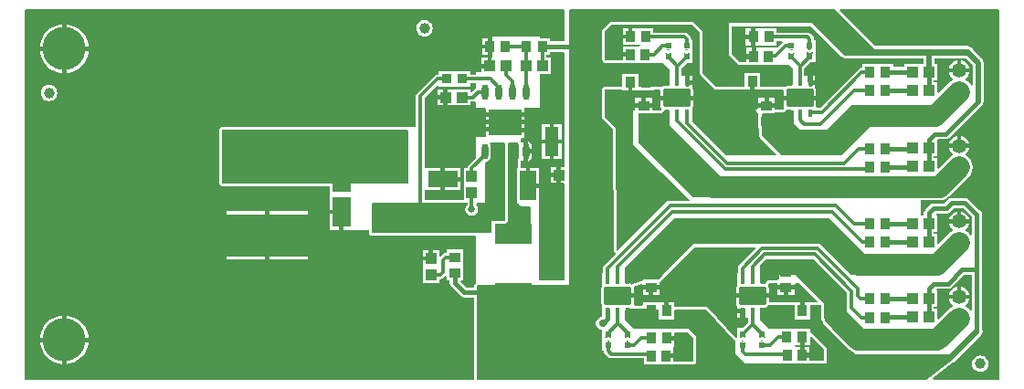
<source format=gtl>
G04 Layer_Physical_Order=1*
G04 Layer_Color=35562*
%FSAX25Y25*%
%MOIN*%
G70*
G01*
G75*
%ADD10R,0.12205X0.09449*%
%ADD11O,0.02362X0.05709*%
G04:AMPARAMS|DCode=12|XSize=98.43mil|YSize=68.9mil|CornerRadius=6.89mil|HoleSize=0mil|Usage=FLASHONLY|Rotation=0.000|XOffset=0mil|YOffset=0mil|HoleType=Round|Shape=RoundedRectangle|*
%AMROUNDEDRECTD12*
21,1,0.09843,0.05512,0,0,0.0*
21,1,0.08465,0.06890,0,0,0.0*
1,1,0.01378,0.04232,-0.02756*
1,1,0.01378,-0.04232,-0.02756*
1,1,0.01378,-0.04232,0.02756*
1,1,0.01378,0.04232,0.02756*
%
%ADD12ROUNDEDRECTD12*%
%ADD13R,0.01772X0.03071*%
%ADD14R,0.04134X0.03937*%
%ADD15R,0.03937X0.04134*%
%ADD16R,0.05118X0.10630*%
%ADD17R,0.05906X0.11024*%
%ADD18R,0.11024X0.05906*%
%ADD19R,0.03740X0.04134*%
%ADD20R,0.04134X0.03740*%
%ADD21R,0.10799X0.08500*%
%ADD22R,0.06693X0.11024*%
%ADD23R,0.13504X0.07205*%
%ADD24R,0.04134X0.03543*%
%ADD25R,0.03543X0.04134*%
%ADD26R,0.03740X0.03740*%
%ADD27R,0.31496X0.15748*%
%ADD28C,0.03937*%
%ADD29R,0.02165X0.02165*%
%ADD30C,0.01575*%
%ADD31C,0.03937*%
%ADD32C,0.01181*%
%ADD33C,0.01772*%
%ADD34C,0.07874*%
%ADD35C,0.01969*%
%ADD36C,0.02362*%
%ADD37C,0.02165*%
%ADD38C,0.15748*%
%ADD39C,0.05315*%
%ADD40C,0.02559*%
%ADD41C,0.02362*%
%ADD42C,0.02756*%
G36*
X0330204Y0116346D02*
X0329964Y0116354D01*
X0329334Y0116748D01*
X0329134Y0116848D01*
X0328301Y0116349D01*
X0328046Y0116348D01*
X0328046Y0116863D01*
X0330204Y0116871D01*
X0330204Y0116346D01*
D02*
G37*
G36*
X0323117D02*
X0322877Y0116354D01*
X0322247Y0116748D01*
X0322047Y0116848D01*
X0321214Y0116349D01*
X0320959Y0116348D01*
X0320959Y0116863D01*
X0323117Y0116871D01*
X0323117Y0116346D01*
D02*
G37*
G36*
X0379417D02*
X0379176Y0116354D01*
X0378547Y0116748D01*
X0378346Y0116848D01*
X0377514Y0116349D01*
X0377258Y0116348D01*
X0377258Y0116863D01*
X0379417Y0116871D01*
X0379417Y0116346D01*
D02*
G37*
G36*
X0372330D02*
X0372090Y0116354D01*
X0371460Y0116748D01*
X0371260Y0116848D01*
X0370427Y0116349D01*
X0370172Y0116348D01*
X0370171Y0116863D01*
X0372330Y0116871D01*
X0372330Y0116346D01*
D02*
G37*
G36*
X0421192Y0220147D02*
X0421000Y0219685D01*
X0408661D01*
X0408268Y0220079D01*
X0396850Y0231496D01*
X0366142D01*
Y0219678D01*
X0369619Y0216142D01*
X0388189Y0216142D01*
X0389370Y0214961D01*
X0389370Y0208894D01*
X0389017Y0208541D01*
X0387831D01*
X0387172Y0208410D01*
X0386959Y0208268D01*
X0377575Y0208268D01*
Y0213303D01*
X0371835D01*
Y0208621D01*
X0371481Y0208268D01*
X0361550Y0208268D01*
X0356693Y0213125D01*
X0356693Y0228543D01*
X0353360Y0231599D01*
X0353208Y0231691D01*
X0353061Y0231789D01*
X0353039Y0231793D01*
X0353020Y0231805D01*
X0352845Y0231832D01*
X0352671Y0231867D01*
X0323188D01*
X0322798Y0231789D01*
X0322467Y0231568D01*
X0320145Y0229246D01*
X0319924Y0228915D01*
X0319847Y0228525D01*
Y0218302D01*
X0319924Y0217912D01*
X0320072Y0217691D01*
X0320145Y0217581D01*
X0320472Y0217254D01*
Y0216929D01*
X0327394Y0216929D01*
X0327579Y0216744D01*
Y0216744D01*
X0338437D01*
Y0216929D01*
X0342126D01*
X0344488Y0214567D01*
Y0208541D01*
X0342949D01*
X0342290Y0208410D01*
X0342077Y0208268D01*
X0333440Y0208268D01*
X0333087Y0208621D01*
Y0212910D01*
X0327346D01*
Y0208268D01*
X0320472D01*
Y0208188D01*
X0320145Y0207969D01*
X0319924Y0207638D01*
X0319847Y0207248D01*
Y0199606D01*
X0319847Y0197244D01*
X0319924Y0196854D01*
X0320145Y0196523D01*
X0323819Y0192849D01*
X0324212Y0148492D01*
X0324212Y0148491D01*
X0324212Y0148491D01*
X0324252Y0148297D01*
X0324292Y0148102D01*
X0324293Y0148102D01*
X0324293Y0148101D01*
X0324408Y0147933D01*
X0324517Y0147773D01*
X0324517Y0147773D01*
X0324517Y0147773D01*
X0324683Y0147664D01*
X0324710Y0147646D01*
X0324855Y0147084D01*
Y0147084D01*
X0320704Y0142933D01*
X0320352Y0142407D01*
X0320229Y0141786D01*
Y0140094D01*
X0319965D01*
Y0135600D01*
X0319781Y0135326D01*
X0319767Y0135305D01*
X0319636Y0134646D01*
Y0129134D01*
X0319767Y0128475D01*
X0319965Y0128180D01*
Y0124252D01*
X0319151Y0124090D01*
X0318364Y0123565D01*
X0317839Y0122778D01*
X0317654Y0121850D01*
X0317839Y0120923D01*
X0318364Y0120136D01*
X0319151Y0119610D01*
X0319956Y0119450D01*
Y0116945D01*
X0319939Y0116863D01*
X0319939Y0116348D01*
X0319939Y0116347D01*
X0319939Y0116347D01*
X0319956Y0116266D01*
Y0115852D01*
X0319965D01*
Y0111894D01*
X0320426D01*
Y0111811D01*
X0320549Y0111190D01*
X0320901Y0110664D01*
X0322082Y0109483D01*
X0322608Y0109132D01*
X0323228Y0109008D01*
X0335059D01*
Y0106902D01*
X0345917D01*
Y0106902D01*
X0345940Y0106920D01*
X0346271Y0106854D01*
X0353311D01*
X0353701Y0106932D01*
X0353933Y0107087D01*
X0354331D01*
X0354331Y0116929D01*
X0351575Y0119685D01*
X0331496Y0119685D01*
X0331207Y0119974D01*
Y0120017D01*
X0331164D01*
X0328346Y0122835D01*
X0328346Y0126418D01*
X0328700Y0126772D01*
X0340535D01*
Y0123311D01*
X0346276D01*
Y0126418D01*
X0346629Y0126772D01*
X0357874D01*
X0368504Y0115079D01*
X0368504Y0110630D01*
X0372047Y0107087D01*
X0401968Y0107087D01*
Y0112653D01*
X0395783Y0118932D01*
Y0119996D01*
X0390240D01*
Y0119996D01*
X0390075D01*
Y0119996D01*
X0384531D01*
Y0119685D01*
X0380709D01*
X0380420Y0119974D01*
Y0120017D01*
X0380376D01*
X0377559Y0122835D01*
Y0127412D01*
X0379035D01*
X0379694Y0127543D01*
X0380253Y0127916D01*
X0380541Y0128347D01*
X0390142D01*
Y0123311D01*
X0395882D01*
Y0128347D01*
X0399745D01*
Y0124803D01*
X0399745Y0124803D01*
X0399915Y0123514D01*
X0400266Y0122665D01*
X0400396Y0122353D01*
X0400395Y0121978D01*
X0403267Y0119219D01*
X0410258Y0112227D01*
X0410258Y0112227D01*
X0411290Y0111436D01*
X0411424Y0111380D01*
X0413408Y0109474D01*
X0414961Y0109454D01*
Y0109055D01*
X0447599Y0109055D01*
X0447761Y0108582D01*
X0438296Y0101220D01*
X0354684Y0101220D01*
X0324843D01*
X0274177D01*
X0274177Y0135473D01*
X0274531Y0135827D01*
X0307874Y0135827D01*
X0307874Y0236221D01*
X0308228Y0236575D01*
X0404764D01*
X0421192Y0220147D01*
D02*
G37*
G36*
X0372060Y0115048D02*
X0370460D01*
X0371260Y0115648D01*
X0372060Y0115048D01*
D02*
G37*
G36*
X0355673Y0228095D02*
X0355673Y0213125D01*
X0355751Y0212735D01*
X0355972Y0212404D01*
X0360829Y0207547D01*
X0361160Y0207326D01*
X0361550Y0207248D01*
X0366889Y0207248D01*
Y0207248D01*
X0371481Y0207248D01*
X0371688Y0207289D01*
X0371835Y0207169D01*
Y0207169D01*
X0373917D01*
Y0210236D01*
X0375492D01*
Y0207169D01*
X0383283D01*
Y0207185D01*
X0385808D01*
X0386109Y0206819D01*
Y0204850D01*
X0398017D01*
Y0206819D01*
X0397886Y0207478D01*
X0397689Y0207773D01*
Y0208945D01*
X0395803D01*
Y0209732D01*
X0395016D01*
Y0212268D01*
X0393685D01*
Y0214807D01*
X0393747Y0214849D01*
X0395989Y0217091D01*
X0397761D01*
Y0220164D01*
X0397777Y0220245D01*
X0397777Y0220760D01*
X0397777Y0220761D01*
X0397777Y0220761D01*
X0397761Y0220842D01*
Y0221256D01*
X0397752D01*
Y0225215D01*
X0397291D01*
Y0225590D01*
X0397167Y0226211D01*
X0396816Y0226737D01*
X0396029Y0227525D01*
X0395502Y0227876D01*
X0394882Y0228000D01*
X0383579D01*
Y0229445D01*
X0378370D01*
X0378035Y0229445D01*
X0377953D01*
X0377870D01*
X0377535Y0229445D01*
X0375886D01*
Y0226378D01*
Y0223311D01*
X0377535D01*
X0377634Y0223311D01*
X0377870D01*
D01*
X0377870D01*
X0377953D01*
X0378035D01*
X0378370Y0223311D01*
X0383579D01*
Y0224756D01*
X0385629D01*
X0385781Y0224256D01*
X0385664Y0224178D01*
X0383854Y0222368D01*
X0383382Y0222358D01*
Y0222358D01*
X0383382Y0222358D01*
X0376083D01*
Y0219291D01*
X0375295D01*
Y0218504D01*
X0372524D01*
Y0217515D01*
X0372170Y0217161D01*
X0370047D01*
X0367161Y0220096D01*
Y0230315D01*
X0369291D01*
Y0230315D01*
X0396068D01*
X0407089Y0219294D01*
X0407089Y0219294D01*
X0407810Y0218812D01*
X0408661Y0218642D01*
X0437150D01*
Y0216480D01*
X0430201D01*
Y0215708D01*
X0429847Y0215354D01*
X0426098D01*
Y0216453D01*
X0420555D01*
Y0216453D01*
X0420390D01*
Y0216453D01*
X0414847D01*
Y0215007D01*
X0414567D01*
X0413946Y0214884D01*
X0413420Y0214532D01*
X0399454Y0200567D01*
X0398380D01*
X0397970Y0201067D01*
X0398017Y0201307D01*
Y0203276D01*
X0386109D01*
Y0201307D01*
X0386240Y0200648D01*
X0386339Y0200500D01*
X0386168Y0200084D01*
X0386084Y0200000D01*
X0382988D01*
Y0200492D01*
X0376854D01*
Y0200354D01*
X0376501Y0200000D01*
X0375797D01*
X0376854Y0198142D01*
Y0192701D01*
X0377327D01*
Y0190157D01*
X0377404Y0189767D01*
X0377625Y0189436D01*
X0383529Y0183533D01*
X0383338Y0183071D01*
X0365157Y0183071D01*
X0364711Y0183502D01*
X0352841Y0195372D01*
X0352807Y0195858D01*
X0352807Y0195858D01*
X0352807Y0195858D01*
Y0200353D01*
X0353004Y0200648D01*
X0353135Y0201307D01*
Y0203276D01*
X0341227D01*
Y0201307D01*
X0341358Y0200648D01*
X0341555Y0200353D01*
Y0199960D01*
X0341202Y0199606D01*
X0338106D01*
Y0200492D01*
X0331972D01*
Y0199960D01*
X0331619Y0199606D01*
X0331102D01*
Y0186706D01*
X0351770Y0167000D01*
X0351584Y0166535D01*
X0343537Y0166535D01*
X0325695Y0148314D01*
X0325231Y0148501D01*
X0324835Y0193275D01*
X0320866Y0197244D01*
X0320866Y0199606D01*
Y0207248D01*
X0327346D01*
Y0206776D01*
X0329429D01*
Y0209842D01*
X0331004D01*
Y0206776D01*
X0338795D01*
Y0207087D01*
X0340838D01*
X0341227Y0206587D01*
Y0204850D01*
X0353135D01*
Y0206819D01*
X0353004Y0207478D01*
X0352807Y0207773D01*
Y0208945D01*
X0350921D01*
Y0209732D01*
X0350134D01*
Y0212268D01*
X0348803D01*
Y0214786D01*
X0351007Y0216991D01*
X0352879D01*
Y0220063D01*
X0352895Y0220145D01*
X0352895Y0220660D01*
X0352895Y0220660D01*
X0352895Y0220661D01*
X0352879Y0220742D01*
Y0221156D01*
X0352870D01*
Y0225114D01*
X0352409D01*
Y0225590D01*
X0352286Y0226211D01*
X0351934Y0226737D01*
X0351147Y0227525D01*
X0350621Y0227876D01*
X0350000Y0228000D01*
X0338634D01*
Y0229571D01*
X0333091D01*
Y0229571D01*
X0333090D01*
X0333008D01*
X0332925D01*
X0332925D01*
Y0229571D01*
X0330941D01*
Y0226504D01*
X0330153D01*
Y0225717D01*
X0327382D01*
Y0223437D01*
X0332591D01*
X0332925Y0223437D01*
X0333008D01*
X0333090D01*
X0333425Y0223437D01*
X0333750D01*
X0333775Y0223378D01*
X0333441Y0222878D01*
X0327579D01*
Y0220599D01*
X0330350D01*
Y0219024D01*
X0327579D01*
Y0218101D01*
X0327394Y0217949D01*
X0321220Y0217949D01*
X0320866Y0218302D01*
Y0228525D01*
X0323188Y0230847D01*
X0352671D01*
X0355673Y0228095D01*
D02*
G37*
G36*
X0379147Y0115048D02*
X0377547D01*
X0378346Y0115648D01*
X0379147Y0115048D01*
D02*
G37*
G36*
X0249213Y0192166D02*
X0249213Y0172835D01*
X0181456Y0172835D01*
X0181102Y0173188D01*
X0181102Y0192520D01*
X0248859Y0192520D01*
X0249213Y0192166D01*
D02*
G37*
G36*
X0454770Y0126593D02*
X0454270Y0126424D01*
X0453718Y0127143D01*
X0452687Y0127935D01*
X0452491Y0128016D01*
X0452415Y0128588D01*
X0452805Y0128887D01*
X0453392Y0129651D01*
X0453760Y0130541D01*
X0453782Y0130709D01*
X0446611D01*
X0446633Y0130541D01*
X0447002Y0129651D01*
X0447588Y0128887D01*
X0447978Y0128588D01*
X0447903Y0128016D01*
X0447707Y0127935D01*
X0446676Y0127143D01*
X0442702Y0123170D01*
X0442240Y0123361D01*
Y0127110D01*
X0440996D01*
Y0127866D01*
X0442240D01*
Y0133803D01*
X0442240D01*
X0441990Y0134303D01*
X0442053Y0134398D01*
X0446063D01*
X0446063Y0134398D01*
X0446760Y0134537D01*
X0447352Y0134932D01*
X0451936Y0139516D01*
X0454770D01*
Y0126593D01*
D02*
G37*
G36*
X0464921Y0236221D02*
X0464921Y0101220D01*
X0440727D01*
X0440565Y0101693D01*
X0447999Y0107475D01*
X0448057Y0107487D01*
X0448746Y0107947D01*
X0458194Y0117396D01*
X0458655Y0118085D01*
X0458816Y0118898D01*
X0458655Y0119710D01*
X0458616Y0119769D01*
Y0161417D01*
X0458469Y0162153D01*
X0458052Y0162777D01*
X0457625Y0163063D01*
X0453651Y0167037D01*
X0453060Y0167432D01*
X0452362Y0167570D01*
X0452362Y0167570D01*
X0447638D01*
X0447638Y0167570D01*
X0446940Y0167432D01*
X0446349Y0167037D01*
X0444914Y0165602D01*
X0440945D01*
X0440945Y0165602D01*
X0440247Y0165463D01*
X0439656Y0165068D01*
X0439656Y0165068D01*
X0437885Y0163296D01*
X0437490Y0162705D01*
X0437351Y0162008D01*
X0437351Y0162008D01*
Y0161236D01*
X0436588D01*
X0436238Y0161593D01*
X0436337Y0166674D01*
X0443110D01*
X0443110Y0166674D01*
X0444399Y0166844D01*
X0445248Y0167195D01*
X0445600Y0167341D01*
X0446631Y0168132D01*
X0453718Y0175219D01*
X0454509Y0176250D01*
X0455007Y0177451D01*
X0455176Y0178740D01*
X0455007Y0180029D01*
X0454509Y0181230D01*
X0453718Y0182261D01*
X0452687Y0183053D01*
X0452491Y0183134D01*
X0452415Y0183706D01*
X0452805Y0184006D01*
X0453392Y0184770D01*
X0453760Y0185659D01*
X0453782Y0185827D01*
X0446611D01*
X0446633Y0185659D01*
X0447002Y0184770D01*
X0447588Y0184006D01*
X0447978Y0183706D01*
X0447903Y0183134D01*
X0447707Y0183053D01*
X0446676Y0182261D01*
X0442702Y0178288D01*
X0442240Y0178479D01*
Y0182228D01*
X0440996D01*
Y0182984D01*
X0442240D01*
Y0188921D01*
X0442657Y0189122D01*
X0444771D01*
X0445276Y0189022D01*
X0446011Y0189169D01*
X0446635Y0189585D01*
X0458089Y0201040D01*
X0458517Y0201325D01*
X0458956Y0201982D01*
X0459110Y0202756D01*
Y0216929D01*
X0458956Y0217703D01*
X0458517Y0218360D01*
X0455215Y0221662D01*
X0455204Y0221717D01*
X0454722Y0222439D01*
X0454001Y0222921D01*
X0453150Y0223090D01*
X0419691D01*
X0406668Y0236113D01*
X0406859Y0236575D01*
X0464568D01*
X0464921Y0236221D01*
D02*
G37*
G36*
X0415748Y0147244D02*
X0440158D01*
Y0139370D01*
X0411024D01*
X0400000Y0150394D01*
X0399606Y0150787D01*
X0398661D01*
X0398425Y0150834D01*
X0378346D01*
X0378111Y0150787D01*
X0353150D01*
X0341732Y0139370D01*
Y0138873D01*
X0340691Y0137811D01*
X0334728D01*
Y0137561D01*
X0334701Y0137489D01*
X0334662Y0137423D01*
X0334423Y0137160D01*
X0334228Y0137117D01*
X0334159Y0137119D01*
X0334082Y0137090D01*
X0334000Y0137080D01*
X0331121Y0136120D01*
X0331003Y0136053D01*
X0330877Y0136001D01*
X0330860Y0135984D01*
X0330482Y0136237D01*
X0329823Y0136368D01*
X0328346D01*
Y0141732D01*
Y0142126D01*
X0346457Y0160236D01*
X0402756D01*
X0415748Y0147244D01*
D02*
G37*
G36*
X0375793Y0149606D02*
X0375985Y0149144D01*
X0369916Y0143076D01*
X0369565Y0142550D01*
X0369441Y0141929D01*
Y0140094D01*
X0369177D01*
Y0135600D01*
X0368980Y0135305D01*
X0368849Y0134646D01*
Y0132677D01*
X0380757D01*
Y0134646D01*
X0380626Y0135305D01*
X0380429Y0135600D01*
Y0136261D01*
X0380783Y0136614D01*
X0383941Y0136614D01*
Y0135728D01*
X0390075D01*
Y0136261D01*
X0390428Y0136614D01*
X0391777D01*
X0398563Y0129828D01*
X0398372Y0129366D01*
X0395882D01*
Y0129445D01*
X0393799D01*
Y0126378D01*
X0392224D01*
Y0129445D01*
X0384433D01*
Y0129366D01*
X0380757D01*
Y0131102D01*
X0368849D01*
Y0129134D01*
X0368980Y0128475D01*
X0369177Y0128180D01*
Y0127008D01*
X0371063D01*
Y0126221D01*
X0371850D01*
Y0123685D01*
X0373181D01*
Y0122159D01*
X0371040Y0120017D01*
X0369168D01*
Y0116945D01*
X0369152Y0116863D01*
X0369152Y0116625D01*
X0368652Y0116432D01*
X0358629Y0127457D01*
X0358609Y0127472D01*
X0358595Y0127493D01*
X0358449Y0127590D01*
X0358309Y0127694D01*
X0358285Y0127700D01*
X0358264Y0127714D01*
X0358092Y0127748D01*
X0357923Y0127790D01*
X0357898Y0127786D01*
X0357874Y0127791D01*
X0346629D01*
X0346276Y0128081D01*
Y0129445D01*
X0344193D01*
Y0126378D01*
X0342618D01*
Y0129445D01*
X0334827D01*
Y0128676D01*
X0334473Y0128323D01*
X0331868D01*
X0331483Y0128823D01*
X0331545Y0129134D01*
Y0131102D01*
X0325590D01*
Y0132677D01*
X0331545D01*
Y0134646D01*
X0331444Y0135153D01*
X0334323Y0136113D01*
X0334728Y0135820D01*
Y0135728D01*
X0340862D01*
Y0136614D01*
X0340945D01*
X0353691Y0149606D01*
X0375793Y0149606D01*
D02*
G37*
G36*
X0306299Y0220558D02*
X0306299Y0178953D01*
X0304921D01*
Y0175984D01*
Y0173016D01*
X0305946D01*
X0306299Y0172662D01*
X0306299Y0137402D01*
X0297204Y0137401D01*
X0296850Y0137755D01*
X0296850Y0165748D01*
X0296778D01*
Y0171260D01*
X0292825D01*
Y0172047D01*
X0292037D01*
Y0178559D01*
X0290069D01*
Y0181024D01*
X0290387Y0181237D01*
X0290498Y0181293D01*
X0291206Y0180819D01*
X0291270Y0180807D01*
Y0184547D01*
Y0188288D01*
X0291206Y0188275D01*
X0290498Y0187802D01*
X0290387Y0187858D01*
X0290069Y0188070D01*
Y0189198D01*
X0290423Y0189551D01*
X0291659D01*
Y0194488D01*
X0277455D01*
Y0189941D01*
X0274016D01*
Y0182303D01*
X0272746Y0181034D01*
X0271206Y0179493D01*
X0270854Y0178967D01*
X0270753Y0178461D01*
X0269384D01*
Y0172327D01*
Y0167121D01*
X0269030Y0166768D01*
X0255165D01*
Y0169976D01*
X0255211Y0170457D01*
X0255665Y0170457D01*
X0260935D01*
Y0174409D01*
Y0178362D01*
X0255211D01*
X0255165Y0178843D01*
D01*
Y0204053D01*
X0259867Y0208754D01*
X0260329Y0208563D01*
Y0208154D01*
X0271778D01*
Y0209402D01*
X0274016D01*
Y0207545D01*
X0273799Y0207502D01*
X0273273Y0207151D01*
X0272268Y0206146D01*
X0271768Y0206353D01*
Y0207299D01*
X0263583D01*
Y0204331D01*
Y0201362D01*
X0271768D01*
Y0202709D01*
X0272746D01*
X0273367Y0202832D01*
X0273516Y0202932D01*
X0274016Y0202665D01*
Y0200411D01*
X0277101Y0200415D01*
X0277455Y0200062D01*
Y0196063D01*
X0291659D01*
Y0200435D01*
X0297244Y0200443D01*
X0297244Y0212779D01*
X0301207D01*
Y0218717D01*
X0299663D01*
Y0219768D01*
X0300813D01*
Y0220912D01*
X0305946D01*
X0306299Y0220558D01*
D02*
G37*
G36*
X0455063Y0216091D02*
Y0208758D01*
X0454564Y0208658D01*
X0454509Y0208789D01*
X0453718Y0209820D01*
X0452687Y0210612D01*
X0452491Y0210693D01*
X0452415Y0211265D01*
X0452805Y0211565D01*
X0453392Y0212329D01*
X0453760Y0213218D01*
X0453782Y0213386D01*
X0446611D01*
X0446633Y0213218D01*
X0447002Y0212329D01*
X0447588Y0211565D01*
X0447978Y0211265D01*
X0447903Y0210693D01*
X0447707Y0210612D01*
X0446676Y0209820D01*
X0442702Y0205847D01*
X0442240Y0206038D01*
Y0209787D01*
X0440996D01*
Y0210543D01*
X0442240D01*
Y0216480D01*
X0441196D01*
Y0218642D01*
X0452512D01*
X0455063Y0216091D01*
D02*
G37*
G36*
X0440158Y0201181D02*
Y0193701D01*
X0417717D01*
X0407087Y0183071D01*
X0385433D01*
X0378346Y0190157D01*
X0378346Y0198056D01*
X0378700Y0198409D01*
X0382988D01*
Y0198980D01*
X0386084D01*
X0386474Y0199058D01*
X0386518Y0199087D01*
X0386805Y0199279D01*
X0386853Y0199327D01*
X0386889Y0199363D01*
X0386889D01*
X0386890Y0199364D01*
X0386891Y0199365D01*
X0386891Y0199365D01*
X0387218Y0199707D01*
X0387831Y0199585D01*
X0389764D01*
X0389764Y0194882D01*
X0392126Y0192520D01*
X0401968D01*
X0411024Y0201575D01*
X0439764D01*
X0440158Y0201181D01*
D02*
G37*
G36*
X0289087Y0187795D02*
X0289097Y0187760D01*
X0289127Y0187612D01*
X0289154Y0187571D01*
X0289169Y0187524D01*
X0289264Y0187407D01*
X0289348Y0187281D01*
X0289389Y0187254D01*
X0289420Y0187216D01*
X0289553Y0187144D01*
X0289675Y0187063D01*
X0289675Y0182032D01*
X0289553Y0181950D01*
X0289420Y0181879D01*
X0289389Y0181841D01*
X0289348Y0181813D01*
X0289264Y0181687D01*
X0289169Y0181571D01*
X0289154Y0181523D01*
X0289127Y0181482D01*
X0289097Y0181334D01*
X0289054Y0181190D01*
X0289059Y0181140D01*
X0289049Y0181092D01*
Y0178559D01*
X0288872D01*
Y0165535D01*
X0289675D01*
Y0164567D01*
X0293652Y0164567D01*
X0294006Y0164213D01*
X0294006Y0154331D01*
X0284911Y0154331D01*
X0284557Y0154684D01*
Y0158259D01*
X0284594Y0158267D01*
X0284925Y0158488D01*
X0285278Y0158841D01*
X0285499Y0159172D01*
X0285577Y0159562D01*
X0285577Y0187295D01*
X0285930Y0187795D01*
X0289087Y0187795D01*
D02*
G37*
G36*
X0409055Y0133071D02*
Y0125591D01*
X0414961Y0119685D01*
X0440945D01*
Y0111811D01*
X0412447D01*
X0412131Y0112115D01*
X0411971Y0112217D01*
X0411814Y0112322D01*
X0411804Y0112326D01*
X0410932Y0112995D01*
X0403988Y0119939D01*
X0403979Y0119945D01*
X0403973Y0119954D01*
X0401401Y0122426D01*
X0401377Y0122546D01*
X0401339Y0122740D01*
X0401338Y0122742D01*
X0401338Y0122743D01*
X0401208Y0123055D01*
X0401208Y0123055D01*
X0400908Y0123781D01*
X0400787Y0124695D01*
Y0129134D01*
X0392913Y0137008D01*
X0390551Y0139370D01*
X0384646D01*
Y0137811D01*
X0383941D01*
Y0137811D01*
X0383764Y0137634D01*
X0380783Y0137634D01*
X0380393Y0137556D01*
X0380062Y0137335D01*
X0379708Y0136982D01*
X0379487Y0136651D01*
X0379416Y0136292D01*
X0379035Y0136368D01*
X0377559D01*
Y0142913D01*
Y0143125D01*
X0379710Y0145276D01*
X0396850D01*
X0409055Y0133071D01*
D02*
G37*
G36*
X0400795Y0112391D02*
Y0108106D01*
X0395940D01*
X0395587Y0108460D01*
Y0109449D01*
X0392815D01*
Y0111024D01*
X0395587D01*
Y0113303D01*
X0390593D01*
X0390222Y0113803D01*
X0390227Y0113820D01*
X0390265Y0113862D01*
X0395783D01*
Y0116820D01*
X0396246Y0117009D01*
X0400795Y0112391D01*
D02*
G37*
G36*
X0322847Y0115048D02*
X0321247D01*
X0322047Y0115648D01*
X0322847Y0115048D01*
D02*
G37*
G36*
X0351152Y0118666D02*
X0353311Y0116507D01*
X0353311Y0107874D01*
X0346271D01*
X0345917Y0108228D01*
Y0109181D01*
X0343146D01*
Y0110756D01*
X0345917D01*
Y0113035D01*
X0345917Y0113035D01*
X0345917D01*
X0345917Y0113035D01*
X0346079Y0113469D01*
X0346177D01*
Y0115748D01*
X0343406D01*
Y0117323D01*
X0346177D01*
Y0118312D01*
X0346531Y0118666D01*
X0351152D01*
D02*
G37*
G36*
X0342949Y0199585D02*
X0344488D01*
Y0194095D01*
X0362992Y0175591D01*
X0437835D01*
X0438189Y0175237D01*
X0438189Y0167717D01*
X0353150Y0167717D01*
X0333071Y0187795D01*
Y0198409D01*
X0338106D01*
Y0198587D01*
X0341202D01*
X0341592Y0198664D01*
X0341813Y0198812D01*
X0341922Y0198885D01*
X0342276Y0199239D01*
Y0199239D01*
X0342276D01*
X0342497Y0199570D01*
X0342517Y0199671D01*
X0342949Y0199585D01*
D02*
G37*
G36*
X0284557Y0187442D02*
X0284557Y0159562D01*
X0284204Y0159209D01*
X0279650D01*
Y0154724D01*
X0235827Y0154724D01*
X0235827Y0165394D01*
X0236180Y0165748D01*
X0270731Y0165748D01*
Y0165044D01*
X0270709Y0165029D01*
X0270205Y0164275D01*
X0270028Y0163386D01*
X0270205Y0162496D01*
X0270709Y0161742D01*
X0271463Y0161239D01*
X0272352Y0161062D01*
X0273242Y0161239D01*
X0273996Y0161742D01*
X0274500Y0162496D01*
X0274677Y0163386D01*
X0274500Y0164275D01*
X0273996Y0165029D01*
X0274075Y0165495D01*
X0274328Y0165748D01*
X0277077D01*
Y0180654D01*
X0277908Y0180819D01*
X0278630Y0181301D01*
X0279112Y0182023D01*
X0279281Y0182874D01*
Y0186221D01*
X0279112Y0187072D01*
X0278962Y0187295D01*
X0279229Y0187795D01*
X0284204Y0187795D01*
X0284557Y0187442D01*
D02*
G37*
G36*
X0306299Y0236221D02*
Y0224757D01*
X0300813D01*
Y0225902D01*
X0297598D01*
X0297244Y0226255D01*
Y0226378D01*
X0279921Y0226378D01*
Y0225902D01*
X0279734D01*
Y0222835D01*
Y0219768D01*
X0279921D01*
Y0218717D01*
X0279636D01*
Y0215748D01*
X0278849D01*
Y0214961D01*
X0275781D01*
Y0213386D01*
X0274016D01*
Y0212645D01*
X0271778D01*
Y0213386D01*
Y0213894D01*
X0260329D01*
Y0213386D01*
Y0212645D01*
X0259842D01*
X0259222Y0212522D01*
X0258696Y0212170D01*
X0252397Y0205871D01*
X0252045Y0205345D01*
X0251922Y0204724D01*
Y0193893D01*
X0251568Y0193539D01*
X0246869D01*
X0246369Y0193539D01*
X0245869Y0193539D01*
X0181102Y0193539D01*
X0180712Y0193462D01*
X0180381Y0193241D01*
X0180160Y0192910D01*
X0180083Y0192520D01*
X0180083Y0173188D01*
X0180160Y0172798D01*
X0180381Y0172467D01*
X0180735Y0172114D01*
X0181066Y0171893D01*
X0181456Y0171815D01*
X0220457Y0171815D01*
Y0168783D01*
Y0163287D01*
X0224803D01*
Y0162500D01*
X0225590D01*
Y0155988D01*
X0234807D01*
Y0154724D01*
X0234885Y0154334D01*
X0235106Y0154003D01*
X0235437Y0153782D01*
X0235827Y0153705D01*
X0273662Y0153705D01*
X0274016Y0153351D01*
Y0136685D01*
X0273810Y0136548D01*
X0273456Y0136194D01*
X0273235Y0135863D01*
X0273158Y0135473D01*
Y0135247D01*
X0272804Y0134893D01*
X0270440D01*
X0268349Y0136984D01*
X0268556Y0137484D01*
X0269209D01*
Y0143027D01*
X0269209D01*
Y0143193D01*
X0269209D01*
Y0148736D01*
X0263075D01*
Y0147586D01*
X0262894D01*
X0262273Y0147463D01*
X0261747Y0147111D01*
X0260949Y0146313D01*
X0260449Y0146520D01*
Y0148539D01*
X0258268D01*
Y0145472D01*
X0257480D01*
Y0144685D01*
X0254512D01*
Y0142405D01*
Y0136500D01*
X0260449D01*
Y0137945D01*
X0260827D01*
X0261447Y0138069D01*
X0261974Y0138420D01*
X0262575Y0139022D01*
X0263075Y0138814D01*
Y0137484D01*
X0264319D01*
Y0136614D01*
X0264319Y0136614D01*
X0264458Y0135917D01*
X0264853Y0135326D01*
X0268396Y0131782D01*
X0268396Y0131782D01*
X0268988Y0131387D01*
X0269685Y0131248D01*
X0269685Y0131248D01*
X0273158D01*
X0273158Y0101574D01*
X0272804Y0101220D01*
X0109094Y0101220D01*
X0109094Y0236221D01*
X0109448Y0236575D01*
X0253543D01*
X0305946Y0236575D01*
X0306299Y0236221D01*
D02*
G37*
G36*
X0454770Y0160763D02*
Y0154152D01*
X0454270Y0153983D01*
X0453718Y0154702D01*
X0452687Y0155494D01*
X0452491Y0155575D01*
X0452415Y0156147D01*
X0452805Y0156447D01*
X0453392Y0157211D01*
X0453760Y0158100D01*
X0453782Y0158268D01*
X0446611D01*
X0446633Y0158100D01*
X0447002Y0157211D01*
X0447588Y0156447D01*
X0447978Y0156147D01*
X0447903Y0155575D01*
X0447707Y0155494D01*
X0446676Y0154702D01*
X0442702Y0150729D01*
X0442240Y0150920D01*
Y0154543D01*
X0440996D01*
Y0155299D01*
X0442240D01*
Y0161236D01*
X0441993D01*
X0441744Y0161736D01*
X0441911Y0161957D01*
X0445669D01*
X0445669Y0161957D01*
X0446367Y0162096D01*
X0446958Y0162491D01*
X0448393Y0163926D01*
X0451607D01*
X0454770Y0160763D01*
D02*
G37*
G36*
X0395669Y0221461D02*
X0394869Y0222060D01*
X0396469D01*
X0395669Y0221461D01*
D02*
G37*
G36*
X0388146Y0220654D02*
X0388776Y0220260D01*
X0388976Y0220160D01*
X0389809Y0220659D01*
X0390065Y0220660D01*
X0390065Y0220145D01*
X0387906Y0220137D01*
X0387906Y0220662D01*
X0388146Y0220654D01*
D02*
G37*
G36*
X0394839Y0220754D02*
X0395469Y0220360D01*
X0395669Y0220260D01*
X0396502Y0220760D01*
X0396758Y0220760D01*
X0396758Y0220245D01*
X0394599Y0220238D01*
X0394599Y0220763D01*
X0394839Y0220754D01*
D02*
G37*
G36*
X0344094Y0221360D02*
X0343295Y0221960D01*
X0344895D01*
X0344094Y0221360D01*
D02*
G37*
G36*
X0329934Y0115048D02*
X0328334D01*
X0329134Y0115648D01*
X0329934Y0115048D01*
D02*
G37*
G36*
X0343265Y0220654D02*
X0343895Y0220260D01*
X0344094Y0220160D01*
X0344927Y0220659D01*
X0345183Y0220660D01*
X0345183Y0220145D01*
X0343024Y0220137D01*
X0343024Y0220662D01*
X0343265Y0220654D01*
D02*
G37*
G36*
X0349957D02*
X0350587Y0220260D01*
X0350787Y0220160D01*
X0351620Y0220659D01*
X0351876Y0220660D01*
X0351876Y0220145D01*
X0349717Y0220137D01*
X0349717Y0220662D01*
X0349957Y0220654D01*
D02*
G37*
G36*
X0350787Y0221360D02*
X0349987Y0221960D01*
X0351587D01*
X0350787Y0221360D01*
D02*
G37*
G36*
X0388976D02*
X0388176Y0221960D01*
X0389776D01*
X0388976Y0221360D01*
D02*
G37*
%LPC*%
G36*
X0449409Y0162641D02*
X0449242Y0162619D01*
X0448352Y0162250D01*
X0447588Y0161664D01*
X0447002Y0160900D01*
X0446633Y0160010D01*
X0446611Y0159843D01*
X0449409D01*
Y0162641D01*
D02*
G37*
G36*
X0450984D02*
Y0159843D01*
X0453782D01*
X0453760Y0160010D01*
X0453392Y0160900D01*
X0452805Y0161664D01*
X0452041Y0162250D01*
X0451152Y0162619D01*
X0450984Y0162641D01*
D02*
G37*
G36*
X0224016Y0161713D02*
X0220457D01*
Y0155988D01*
X0224016D01*
Y0161713D01*
D02*
G37*
G36*
X0214386Y0162811D02*
X0198425D01*
Y0154724D01*
X0214386D01*
Y0162811D01*
D02*
G37*
G36*
X0196850D02*
X0180890D01*
Y0154724D01*
X0196850D01*
Y0162811D01*
D02*
G37*
G36*
X0214386Y0153150D02*
X0198425D01*
Y0145063D01*
X0214386D01*
Y0153150D01*
D02*
G37*
G36*
X0256693Y0148539D02*
X0254512D01*
Y0146260D01*
X0256693D01*
Y0148539D01*
D02*
G37*
G36*
X0196850Y0153150D02*
X0180890D01*
Y0145063D01*
X0196850D01*
Y0153150D01*
D02*
G37*
G36*
X0122835Y0124587D02*
X0121882Y0124494D01*
X0120210Y0123986D01*
X0118668Y0123162D01*
X0117317Y0122053D01*
X0116208Y0120702D01*
X0115384Y0119160D01*
X0114876Y0117488D01*
X0114783Y0116535D01*
X0122835D01*
Y0124587D01*
D02*
G37*
G36*
X0124409D02*
Y0116535D01*
X0132461D01*
X0132368Y0117488D01*
X0131860Y0119160D01*
X0131036Y0120702D01*
X0129927Y0122053D01*
X0128576Y0123162D01*
X0127034Y0123986D01*
X0125362Y0124494D01*
X0124409Y0124587D01*
D02*
G37*
G36*
X0370276Y0125433D02*
X0369177D01*
Y0123685D01*
X0370276D01*
Y0125433D01*
D02*
G37*
G36*
X0457874Y0110081D02*
X0457099Y0109979D01*
X0456377Y0109680D01*
X0455757Y0109204D01*
X0455281Y0108584D01*
X0454982Y0107862D01*
X0454880Y0107087D01*
X0454982Y0106312D01*
X0455281Y0105590D01*
X0455757Y0104970D01*
X0456377Y0104494D01*
X0457099Y0104194D01*
X0457874Y0104093D01*
X0458649Y0104194D01*
X0459371Y0104494D01*
X0459991Y0104970D01*
X0460467Y0105590D01*
X0460766Y0106312D01*
X0460868Y0107087D01*
X0460766Y0107862D01*
X0460467Y0108584D01*
X0459991Y0109204D01*
X0459371Y0109680D01*
X0458649Y0109979D01*
X0457874Y0110081D01*
D02*
G37*
G36*
X0122835Y0114961D02*
X0114783D01*
X0114876Y0114008D01*
X0115384Y0112336D01*
X0116208Y0110794D01*
X0117317Y0109443D01*
X0118668Y0108334D01*
X0120210Y0107510D01*
X0121882Y0107002D01*
X0122835Y0106909D01*
Y0114961D01*
D02*
G37*
G36*
X0132461D02*
X0124409D01*
Y0106909D01*
X0125362Y0107002D01*
X0127034Y0107510D01*
X0128576Y0108334D01*
X0129927Y0109443D01*
X0131036Y0110794D01*
X0131860Y0112336D01*
X0132368Y0114008D01*
X0132461Y0114961D01*
D02*
G37*
G36*
X0390075Y0134153D02*
X0387795D01*
Y0132071D01*
X0390075D01*
Y0134153D01*
D02*
G37*
G36*
X0449409Y0135081D02*
X0449242Y0135059D01*
X0448352Y0134691D01*
X0447588Y0134105D01*
X0447002Y0133341D01*
X0446633Y0132451D01*
X0446611Y0132283D01*
X0449409D01*
Y0135081D01*
D02*
G37*
G36*
X0450984D02*
Y0132283D01*
X0453782D01*
X0453760Y0132451D01*
X0453392Y0133341D01*
X0452805Y0134105D01*
X0452041Y0134691D01*
X0451152Y0135059D01*
X0450984Y0135081D01*
D02*
G37*
G36*
X0337008Y0134153D02*
X0334728D01*
Y0132071D01*
X0337008D01*
Y0134153D01*
D02*
G37*
G36*
X0340862D02*
X0338583D01*
Y0132071D01*
X0340862D01*
Y0134153D01*
D02*
G37*
G36*
X0386221Y0134153D02*
X0383941D01*
Y0132071D01*
X0386221D01*
Y0134153D01*
D02*
G37*
G36*
X0449409Y0217759D02*
X0449242Y0217737D01*
X0448352Y0217368D01*
X0447588Y0216782D01*
X0447002Y0216018D01*
X0446633Y0215128D01*
X0446611Y0214961D01*
X0449409D01*
Y0217759D01*
D02*
G37*
G36*
X0132461Y0221260D02*
X0124409D01*
Y0213208D01*
X0125362Y0213302D01*
X0127034Y0213809D01*
X0128576Y0214633D01*
X0129927Y0215742D01*
X0131036Y0217093D01*
X0131860Y0218635D01*
X0132368Y0220308D01*
X0132461Y0221260D01*
D02*
G37*
G36*
X0278061Y0218717D02*
X0275781D01*
Y0216535D01*
X0278061D01*
Y0218717D01*
D02*
G37*
G36*
X0450984Y0217759D02*
Y0214961D01*
X0453782D01*
X0453760Y0215128D01*
X0453392Y0216018D01*
X0452805Y0216782D01*
X0452041Y0217368D01*
X0451152Y0217737D01*
X0450984Y0217759D01*
D02*
G37*
G36*
X0122835Y0221260D02*
X0114783D01*
X0114876Y0220308D01*
X0115384Y0218635D01*
X0116208Y0217093D01*
X0117317Y0215742D01*
X0118668Y0214633D01*
X0120210Y0213809D01*
X0121882Y0213302D01*
X0122835Y0213208D01*
Y0221260D01*
D02*
G37*
G36*
X0262008Y0207299D02*
X0259728D01*
Y0205118D01*
X0262008D01*
Y0207299D01*
D02*
G37*
G36*
X0118110Y0208900D02*
X0117335Y0208798D01*
X0116613Y0208499D01*
X0115993Y0208023D01*
X0115517Y0207403D01*
X0115218Y0206680D01*
X0115116Y0205906D01*
X0115218Y0205131D01*
X0115517Y0204408D01*
X0115993Y0203788D01*
X0116613Y0203312D01*
X0117335Y0203013D01*
X0118110Y0202911D01*
X0118885Y0203013D01*
X0119607Y0203312D01*
X0120227Y0203788D01*
X0120703Y0204408D01*
X0121002Y0205131D01*
X0121104Y0205906D01*
X0121002Y0206680D01*
X0120703Y0207403D01*
X0120227Y0208023D01*
X0119607Y0208499D01*
X0118885Y0208798D01*
X0118110Y0208900D01*
D02*
G37*
G36*
X0397689Y0212268D02*
X0396590D01*
Y0210520D01*
X0397689D01*
Y0212268D01*
D02*
G37*
G36*
X0352807D02*
X0351709D01*
Y0210520D01*
X0352807D01*
Y0212268D01*
D02*
G37*
G36*
X0255118Y0232522D02*
X0254343Y0232420D01*
X0253621Y0232120D01*
X0253001Y0231645D01*
X0252525Y0231025D01*
X0252226Y0230303D01*
X0252124Y0229528D01*
X0252226Y0228753D01*
X0252525Y0228030D01*
X0253001Y0227410D01*
X0253621Y0226935D01*
X0254043Y0226760D01*
X0254343Y0226636D01*
X0255118Y0226533D01*
X0255893Y0226636D01*
X0256615Y0226935D01*
X0257235Y0227410D01*
X0257711Y0228030D01*
X0258010Y0228753D01*
X0258112Y0229528D01*
X0258010Y0230303D01*
X0257711Y0231025D01*
X0257235Y0231645D01*
X0256615Y0232120D01*
X0255893Y0232420D01*
X0255118Y0232522D01*
D02*
G37*
G36*
X0278159Y0225902D02*
X0276175D01*
Y0223622D01*
X0278159D01*
Y0225902D01*
D02*
G37*
G36*
X0329366Y0229571D02*
X0327382D01*
Y0227291D01*
X0329366D01*
Y0229571D01*
D02*
G37*
G36*
X0374311Y0229445D02*
X0372327D01*
Y0227165D01*
X0374311D01*
Y0229445D01*
D02*
G37*
G36*
Y0225590D02*
X0372327D01*
Y0223311D01*
X0374311D01*
Y0225590D01*
D02*
G37*
G36*
X0374508Y0222358D02*
X0372524D01*
Y0220472D01*
Y0220079D01*
X0374508D01*
Y0222358D01*
D02*
G37*
G36*
X0278159Y0222047D02*
X0276175D01*
Y0219768D01*
X0278159D01*
Y0222047D01*
D02*
G37*
G36*
X0124409Y0230887D02*
Y0222835D01*
X0132461D01*
X0132368Y0223787D01*
X0131860Y0225460D01*
X0131036Y0227001D01*
X0129927Y0228352D01*
X0128576Y0229461D01*
X0127034Y0230285D01*
X0125362Y0230793D01*
X0124409Y0230887D01*
D02*
G37*
G36*
X0122835D02*
X0121882Y0230793D01*
X0120210Y0230285D01*
X0118668Y0229461D01*
X0117317Y0228352D01*
X0116208Y0227001D01*
X0115384Y0225460D01*
X0114876Y0223787D01*
X0114783Y0222835D01*
X0122835D01*
Y0230887D01*
D02*
G37*
G36*
X0300787Y0187402D02*
X0298016D01*
Y0181874D01*
X0300787D01*
Y0187402D01*
D02*
G37*
G36*
X0294281Y0183760D02*
X0292845D01*
Y0180807D01*
X0292908Y0180819D01*
X0293630Y0181301D01*
X0294112Y0182023D01*
X0294281Y0182874D01*
Y0183760D01*
D02*
G37*
G36*
X0292845Y0188288D02*
Y0185335D01*
X0294281D01*
Y0186221D01*
X0294112Y0187072D01*
X0293630Y0187793D01*
X0292908Y0188275D01*
X0292845Y0188288D01*
D02*
G37*
G36*
X0305134Y0187402D02*
X0302362D01*
Y0181874D01*
X0305134D01*
Y0187402D01*
D02*
G37*
G36*
X0303346Y0178953D02*
X0301067D01*
Y0176772D01*
X0303346D01*
Y0178953D01*
D02*
G37*
G36*
X0296778Y0178559D02*
X0293612D01*
Y0172835D01*
X0296778D01*
Y0178559D01*
D02*
G37*
G36*
X0268234Y0173622D02*
X0262510D01*
Y0170457D01*
X0268234D01*
Y0171613D01*
Y0173622D01*
D02*
G37*
G36*
X0262510Y0178362D02*
Y0175197D01*
X0268234D01*
Y0178362D01*
X0262510D01*
D02*
G37*
G36*
X0303346Y0175197D02*
X0301067D01*
Y0173016D01*
X0303346D01*
Y0175197D01*
D02*
G37*
G36*
X0338106Y0204150D02*
X0335827D01*
Y0202067D01*
X0338106D01*
Y0204150D01*
D02*
G37*
G36*
X0334252D02*
X0331972D01*
Y0202067D01*
X0334252D01*
Y0204150D01*
D02*
G37*
G36*
X0382988D02*
X0380709D01*
Y0202067D01*
X0382988D01*
Y0204150D01*
D02*
G37*
G36*
X0379134D02*
X0376854D01*
Y0202067D01*
X0379134D01*
Y0204150D01*
D02*
G37*
G36*
X0262008Y0203543D02*
X0259728D01*
Y0201362D01*
X0262008D01*
Y0203543D01*
D02*
G37*
G36*
X0450984Y0190200D02*
Y0187402D01*
X0453782D01*
X0453760Y0187569D01*
X0453392Y0188459D01*
X0452805Y0189223D01*
X0452041Y0189809D01*
X0451152Y0190178D01*
X0450984Y0190200D01*
D02*
G37*
G36*
X0449409D02*
X0449242Y0190178D01*
X0448352Y0189809D01*
X0447588Y0189223D01*
X0447002Y0188459D01*
X0446633Y0187569D01*
X0446611Y0187402D01*
X0449409D01*
Y0190200D01*
D02*
G37*
G36*
X0305134Y0194504D02*
X0302362D01*
Y0188976D01*
X0305134D01*
Y0194504D01*
D02*
G37*
G36*
X0300787D02*
X0298016D01*
Y0188976D01*
X0300787D01*
Y0194504D01*
D02*
G37*
%LPD*%
D10*
X0284557Y0195276D02*
D03*
D11*
X0292057Y0206004D02*
D03*
X0287057D02*
D03*
X0282057D02*
D03*
X0277057D02*
D03*
X0292057Y0184547D02*
D03*
X0287057D02*
D03*
X0282057D02*
D03*
X0277057D02*
D03*
D12*
X0392063Y0204063D02*
D03*
X0325590Y0131890D02*
D03*
X0374803D02*
D03*
X0347181Y0204063D02*
D03*
D13*
X0388323Y0209732D02*
D03*
X0392063D02*
D03*
X0395803D02*
D03*
Y0198394D02*
D03*
X0392063D02*
D03*
X0388323D02*
D03*
X0329331Y0126221D02*
D03*
X0325590D02*
D03*
X0321850D02*
D03*
Y0137559D02*
D03*
X0325590D02*
D03*
X0329331D02*
D03*
X0378543Y0126221D02*
D03*
X0374803D02*
D03*
X0371063D02*
D03*
Y0137559D02*
D03*
X0374803D02*
D03*
X0378543D02*
D03*
X0343441Y0209732D02*
D03*
X0347181D02*
D03*
X0350921D02*
D03*
Y0198394D02*
D03*
X0347181D02*
D03*
X0343441D02*
D03*
D14*
X0304134Y0175984D02*
D03*
X0310039D02*
D03*
X0292234Y0215748D02*
D03*
X0298140D02*
D03*
X0262795Y0204331D02*
D03*
X0268701D02*
D03*
X0278849Y0215748D02*
D03*
X0284754D02*
D03*
X0433268Y0206819D02*
D03*
X0439173D02*
D03*
Y0213512D02*
D03*
X0433268D02*
D03*
X0433268Y0151575D02*
D03*
X0439173D02*
D03*
Y0158268D02*
D03*
X0433268D02*
D03*
X0433268Y0124142D02*
D03*
X0439173D02*
D03*
Y0130835D02*
D03*
X0433268D02*
D03*
Y0179260D02*
D03*
X0439173D02*
D03*
Y0185953D02*
D03*
X0433268D02*
D03*
D15*
X0272352Y0175394D02*
D03*
Y0169488D02*
D03*
X0257480Y0145472D02*
D03*
Y0139567D02*
D03*
D16*
X0312598Y0188189D02*
D03*
X0301575D02*
D03*
D17*
X0292825Y0172047D02*
D03*
X0281014D02*
D03*
D18*
X0261722Y0174409D02*
D03*
Y0162598D02*
D03*
D19*
X0374705Y0210236D02*
D03*
X0380413D02*
D03*
X0343406Y0126378D02*
D03*
X0337697D02*
D03*
X0393012Y0126378D02*
D03*
X0387303D02*
D03*
X0330217Y0209842D02*
D03*
X0335925D02*
D03*
D20*
X0379921Y0201279D02*
D03*
Y0195571D02*
D03*
X0337795Y0134941D02*
D03*
Y0140650D02*
D03*
X0387008Y0134941D02*
D03*
Y0140650D02*
D03*
X0335039Y0201279D02*
D03*
Y0195571D02*
D03*
D21*
X0243307Y0160197D02*
D03*
Y0177598D02*
D03*
D22*
X0224803Y0175295D02*
D03*
Y0162500D02*
D03*
D23*
X0287402Y0154606D02*
D03*
Y0132795D02*
D03*
D24*
X0266142Y0140256D02*
D03*
Y0145965D02*
D03*
D25*
X0298041Y0222835D02*
D03*
X0292333D02*
D03*
X0284656D02*
D03*
X0278947D02*
D03*
X0423327Y0213386D02*
D03*
X0417618D02*
D03*
X0423327Y0206819D02*
D03*
X0417618D02*
D03*
X0380807Y0226378D02*
D03*
X0375098D02*
D03*
X0380610Y0219291D02*
D03*
X0375295D02*
D03*
X0423327Y0158268D02*
D03*
X0417618D02*
D03*
X0423327Y0151575D02*
D03*
X0417618D02*
D03*
X0337697Y0116535D02*
D03*
X0343406D02*
D03*
X0337831Y0109968D02*
D03*
X0343146D02*
D03*
X0423327Y0130709D02*
D03*
X0417618D02*
D03*
X0423327Y0123890D02*
D03*
X0417618D02*
D03*
X0387303Y0116929D02*
D03*
X0393012D02*
D03*
X0387500Y0110236D02*
D03*
X0392815D02*
D03*
X0423327Y0185559D02*
D03*
X0417618D02*
D03*
X0423327Y0178866D02*
D03*
X0417618D02*
D03*
X0335862Y0226504D02*
D03*
X0330153D02*
D03*
X0335665Y0219811D02*
D03*
X0330350D02*
D03*
D26*
X0263199Y0211024D02*
D03*
X0268907D02*
D03*
D27*
X0197638Y0153937D02*
D03*
Y0183858D02*
D03*
D28*
X0457874Y0107087D02*
D03*
X0118110Y0205906D02*
D03*
X0255118Y0229528D02*
D03*
D29*
X0329125Y0117935D02*
D03*
X0329134Y0113976D02*
D03*
X0322038Y0117935D02*
D03*
X0322047Y0113976D02*
D03*
X0378338Y0117935D02*
D03*
X0378346Y0113976D02*
D03*
X0371251Y0117935D02*
D03*
X0371260Y0113976D02*
D03*
X0350796Y0219073D02*
D03*
X0350787Y0223031D02*
D03*
X0344104Y0219073D02*
D03*
X0344094Y0223031D02*
D03*
X0388985Y0219073D02*
D03*
X0388976Y0223031D02*
D03*
X0395678Y0219174D02*
D03*
X0395669Y0223132D02*
D03*
D30*
X0393012Y0126378D02*
Y0131988D01*
X0266142Y0136614D02*
X0269685Y0133071D01*
X0266142Y0136614D02*
Y0140256D01*
X0269685Y0133071D02*
X0276772D01*
X0287313Y0198031D02*
X0292520D01*
X0287313Y0192520D02*
X0292913D01*
X0276378Y0198031D02*
X0281801D01*
X0275197Y0192913D02*
X0282195D01*
X0351969Y0214567D02*
X0352362Y0214173D01*
X0320079Y0121653D02*
Y0121850D01*
Y0121653D02*
X0321850Y0123425D01*
X0347181Y0204063D02*
X0355906D01*
Y0206299D01*
Y0201969D02*
Y0204063D01*
X0371063Y0123031D02*
Y0126772D01*
X0321850Y0123425D02*
Y0126772D01*
X0423327Y0213386D02*
X0433142D01*
X0423327Y0206819D02*
X0433268D01*
X0423327Y0185559D02*
X0432874D01*
X0423327Y0178866D02*
X0432874D01*
X0423327Y0158268D02*
X0433268D01*
X0423327Y0151575D02*
X0433268D01*
X0423327Y0130709D02*
X0433142D01*
X0423579Y0124142D02*
X0433268D01*
X0439173Y0179260D02*
Y0185953D01*
Y0206819D02*
Y0213512D01*
Y0124142D02*
Y0130835D01*
X0439173Y0151575D02*
Y0158268D01*
X0439173Y0130835D02*
Y0134449D01*
X0440945Y0136221D01*
X0439173Y0185953D02*
Y0188779D01*
X0441339Y0190945D01*
X0445276D01*
X0395803Y0209181D02*
Y0213126D01*
X0350921Y0209181D02*
Y0213520D01*
X0370079Y0122047D02*
X0371063Y0123031D01*
X0350921Y0213520D02*
X0351969Y0214567D01*
X0395803Y0213126D02*
X0397244Y0214567D01*
X0447638Y0165748D02*
X0452362D01*
X0456693Y0161417D01*
X0439173Y0158268D02*
Y0162008D01*
X0316929Y0211417D02*
Y0227165D01*
X0451181Y0141339D02*
X0456693D01*
X0440945Y0136221D02*
X0446063D01*
X0451181Y0141339D01*
X0445669Y0163779D02*
X0447638Y0165748D01*
X0439173Y0162008D02*
X0440945Y0163779D01*
X0445669D01*
X0393012Y0110433D02*
Y0116929D01*
X0393209Y0110236D02*
X0398425D01*
X0393012Y0110433D02*
X0393209Y0110236D01*
X0343406Y0116535D02*
X0348425D01*
X0324803Y0220079D02*
X0330083D01*
X0316929Y0227165D02*
X0322835Y0233071D01*
X0370079Y0219291D02*
X0375008D01*
D31*
X0180890Y0141339D02*
Y0167717D01*
X0214386Y0140553D02*
Y0167717D01*
D32*
X0257480Y0145472D02*
Y0148031D01*
X0261811Y0140551D02*
Y0144882D01*
X0260827Y0139567D02*
X0261811Y0140551D01*
X0257480Y0139567D02*
X0260827D01*
X0261811Y0144882D02*
X0262894Y0145965D01*
X0266142D01*
X0347181Y0215458D02*
X0350796Y0219073D01*
X0284655Y0222835D02*
X0291939D01*
X0292057Y0206004D02*
Y0222835D01*
X0272746Y0204331D02*
X0274419Y0206004D01*
X0277057D01*
X0281754Y0206169D02*
Y0208315D01*
X0279045Y0211024D02*
X0281754Y0208315D01*
X0268907Y0211024D02*
X0279045D01*
X0287057Y0206004D02*
Y0210098D01*
X0284754Y0212402D02*
X0287057Y0210098D01*
X0284754Y0212402D02*
Y0216929D01*
X0272352Y0163386D02*
Y0169095D01*
X0298041Y0215846D02*
Y0222835D01*
X0255030Y0162598D02*
X0261722D01*
X0272352Y0175000D02*
Y0178347D01*
X0277057Y0183051D01*
Y0184547D01*
X0253543Y0164085D02*
X0255030Y0162598D01*
X0253543Y0164085D02*
Y0204724D01*
X0259842Y0211024D01*
X0263199D01*
X0268701Y0204331D02*
X0272746D01*
X0282057Y0173091D02*
Y0184547D01*
X0374803Y0121469D02*
Y0126772D01*
Y0121469D02*
X0378338Y0117935D01*
X0374785Y0121469D02*
X0374803D01*
X0371251Y0117935D02*
X0374785Y0121469D01*
X0325590Y0121881D02*
Y0126378D01*
X0322038Y0118328D02*
X0325590Y0121881D01*
X0329125Y0118346D01*
X0322047Y0111811D02*
Y0114370D01*
X0329331Y0126378D02*
X0337697D01*
X0378543Y0126772D02*
X0386910D01*
X0322047Y0111811D02*
X0323228Y0110630D01*
X0337831D01*
X0329134Y0114370D02*
X0329724Y0113779D01*
X0331496D01*
X0334252Y0116535D01*
X0392063Y0209181D02*
Y0215996D01*
X0388985Y0219073D02*
X0392063Y0215996D01*
X0392601D01*
X0395678Y0219073D01*
X0344104D02*
X0347181Y0215996D01*
Y0209181D02*
Y0215458D01*
Y0215996D01*
X0395669Y0223031D02*
Y0225590D01*
X0394882Y0226378D02*
X0395669Y0225590D01*
X0380587Y0226378D02*
X0394882D01*
X0380413Y0210236D02*
X0387268D01*
X0335925Y0209842D02*
X0342779D01*
X0411811Y0158268D02*
X0417618D01*
X0411024Y0127559D02*
X0414693Y0123890D01*
X0417618D01*
X0414173Y0130709D02*
X0417618D01*
X0414961Y0151575D02*
X0417618D01*
X0392063Y0196069D02*
Y0198945D01*
Y0196069D02*
X0393644Y0194488D01*
X0395803Y0198945D02*
X0400126D01*
X0414567Y0213386D01*
X0417618D01*
X0393644Y0194488D02*
X0399606D01*
X0411937Y0206819D01*
X0417618D01*
X0371063Y0137008D02*
Y0141929D01*
X0347181Y0195732D02*
Y0198945D01*
X0350921Y0194999D02*
Y0198945D01*
X0413512Y0185559D02*
X0417618D01*
X0334252Y0116535D02*
X0337697D01*
X0335862Y0226504D02*
X0335988Y0226630D01*
X0380784Y0219358D02*
X0383138D01*
X0386811Y0223031D01*
X0388976D01*
X0335665Y0219811D02*
X0338709D01*
X0341929Y0223031D01*
X0344094D01*
X0374803Y0137008D02*
Y0142663D01*
X0411024Y0127559D02*
Y0133608D01*
X0413150Y0131732D02*
X0414173Y0130709D01*
X0413150Y0131732D02*
Y0134488D01*
X0371063Y0141929D02*
X0378346Y0149213D01*
X0398425D01*
X0413150Y0134488D01*
X0374803Y0142663D02*
X0379227Y0147087D01*
X0397545D01*
X0411024Y0133608D01*
X0417209Y0178118D02*
X0417618Y0178528D01*
X0347181Y0195732D02*
X0364795Y0178118D01*
X0417209D01*
X0350921Y0194999D02*
X0365605Y0180315D01*
X0408268D01*
X0413512Y0185559D01*
X0378346Y0113976D02*
X0381299D01*
X0384252Y0116929D01*
X0387303D01*
X0372047Y0110630D02*
X0387500D01*
X0371260Y0111417D02*
Y0113976D01*
Y0111417D02*
X0372047Y0110630D01*
X0335862Y0226378D02*
X0350000D01*
X0350787Y0225590D01*
Y0223031D02*
Y0225590D01*
X0403937Y0162598D02*
X0414961Y0151575D01*
X0405354Y0164724D02*
X0411811Y0158268D01*
X0325590Y0137008D02*
Y0142520D01*
X0345669Y0162598D01*
X0403937D01*
X0321850Y0141786D02*
X0344789Y0164724D01*
X0321850Y0137008D02*
Y0141786D01*
X0344789Y0164724D02*
X0405354D01*
D33*
X0298041Y0222835D02*
X0311024D01*
X0445276Y0190945D02*
X0457087Y0202756D01*
X0456693Y0118898D02*
Y0161417D01*
D34*
X0394685Y0140748D02*
X0404724Y0130709D01*
X0337652Y0143163D02*
X0350000Y0155512D01*
X0441535Y0197638D02*
X0450197Y0206299D01*
X0387339Y0191008D02*
X0390945Y0187402D01*
X0403543D01*
X0413779Y0197638D01*
X0441535D01*
X0404724Y0124803D02*
Y0130709D01*
X0413386Y0143307D02*
X0442323D01*
X0450197Y0151181D01*
X0404724Y0124803D02*
X0413779Y0115748D01*
X0442323D01*
X0450197Y0123622D01*
X0350000Y0155512D02*
X0401181D01*
X0413386Y0143307D01*
X0443110Y0171653D02*
X0450197Y0178740D01*
X0342260Y0190024D02*
X0360630Y0171653D01*
X0443110D01*
D35*
X0457087Y0202756D02*
Y0216929D01*
X0453150Y0220866D02*
X0457087Y0216929D01*
X0439173Y0213512D02*
Y0220866D01*
D36*
X0453150D01*
X0408661D02*
X0439173D01*
X0396457Y0233071D02*
X0408661Y0220866D01*
X0322835Y0233071D02*
X0396457D01*
D37*
X0411417Y0109449D02*
X0447244D01*
X0456693Y0118898D01*
D38*
X0123622Y0222047D02*
D03*
Y0115748D02*
D03*
D39*
X0450197Y0123622D02*
D03*
Y0131496D02*
D03*
Y0151181D02*
D03*
Y0159055D02*
D03*
Y0178740D02*
D03*
Y0186614D02*
D03*
Y0206299D02*
D03*
Y0214173D02*
D03*
D40*
X0288888Y0197441D02*
D03*
Y0193110D02*
D03*
X0284557Y0197441D02*
D03*
Y0193110D02*
D03*
X0280226Y0197441D02*
D03*
Y0193110D02*
D03*
X0271654Y0185433D02*
D03*
X0303150Y0234646D02*
D03*
Y0231102D02*
D03*
Y0227559D02*
D03*
X0269685Y0127165D02*
D03*
Y0123228D02*
D03*
Y0119291D02*
D03*
Y0115354D02*
D03*
Y0111417D02*
D03*
Y0107480D02*
D03*
Y0103543D02*
D03*
X0272352Y0163386D02*
D03*
X0289764D02*
D03*
X0348031Y0134252D02*
D03*
Y0131102D02*
D03*
X0348819Y0116142D02*
D03*
X0348425Y0110236D02*
D03*
X0398425D02*
D03*
X0393307Y0132283D02*
D03*
X0324410Y0205118D02*
D03*
Y0201969D02*
D03*
X0324803Y0220079D02*
D03*
Y0225984D02*
D03*
X0355906Y0206299D02*
D03*
Y0201969D02*
D03*
X0376772Y0186614D02*
D03*
X0371654D02*
D03*
X0366142D02*
D03*
X0366535Y0145276D02*
D03*
X0360630D02*
D03*
X0354331D02*
D03*
X0365748Y0134252D02*
D03*
Y0129921D02*
D03*
D41*
X0183465Y0142126D02*
D03*
X0192913D02*
D03*
X0187795D02*
D03*
X0202362Y0165748D02*
D03*
X0301575Y0140945D02*
D03*
Y0144095D02*
D03*
Y0147244D02*
D03*
X0258661Y0186614D02*
D03*
Y0191732D02*
D03*
X0268898Y0181496D02*
D03*
X0263779D02*
D03*
X0258661D02*
D03*
Y0196457D02*
D03*
X0301969Y0209449D02*
D03*
Y0206299D02*
D03*
Y0203150D02*
D03*
X0273228Y0220866D02*
D03*
X0197638Y0142126D02*
D03*
X0207087D02*
D03*
X0212598D02*
D03*
X0202756D02*
D03*
X0183465Y0165748D02*
D03*
X0211811D02*
D03*
X0188189D02*
D03*
X0192913D02*
D03*
X0207087D02*
D03*
X0197638D02*
D03*
D42*
X0397244Y0214567D02*
D03*
X0352362Y0214173D02*
D03*
X0370079Y0122047D02*
D03*
X0320079Y0121850D02*
D03*
X0369685Y0204724D02*
D03*
Y0200787D02*
D03*
X0370079Y0219291D02*
D03*
Y0226378D02*
D03*
X0401181Y0207480D02*
D03*
X0404331Y0211024D02*
D03*
X0407480Y0214567D02*
D03*
M02*

</source>
